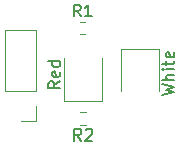
<source format=gbr>
%TF.GenerationSoftware,KiCad,Pcbnew,(6.0.2-0)*%
%TF.CreationDate,2022-08-03T15:23:42+02:00*%
%TF.ProjectId,Amon_led_board,416d6f6e-5f6c-4656-945f-626f6172642e,2*%
%TF.SameCoordinates,Original*%
%TF.FileFunction,Legend,Top*%
%TF.FilePolarity,Positive*%
%FSLAX46Y46*%
G04 Gerber Fmt 4.6, Leading zero omitted, Abs format (unit mm)*
G04 Created by KiCad (PCBNEW (6.0.2-0)) date 2022-08-03 15:23:42*
%MOMM*%
%LPD*%
G01*
G04 APERTURE LIST*
%ADD10C,0.150000*%
%ADD11C,0.120000*%
G04 APERTURE END LIST*
D10*
%TO.C,White*%
X151191980Y-95867533D02*
X152191980Y-95629438D01*
X151477695Y-95438961D01*
X152191980Y-95248485D01*
X151191980Y-95010390D01*
X152191980Y-94629438D02*
X151191980Y-94629438D01*
X152191980Y-94200866D02*
X151668171Y-94200866D01*
X151572933Y-94248485D01*
X151525314Y-94343723D01*
X151525314Y-94486580D01*
X151572933Y-94581819D01*
X151620552Y-94629438D01*
X152191980Y-93724676D02*
X151525314Y-93724676D01*
X151191980Y-93724676D02*
X151239600Y-93772295D01*
X151287219Y-93724676D01*
X151239600Y-93677057D01*
X151191980Y-93724676D01*
X151287219Y-93724676D01*
X151525314Y-93391342D02*
X151525314Y-93010390D01*
X151191980Y-93248485D02*
X152049123Y-93248485D01*
X152144361Y-93200866D01*
X152191980Y-93105628D01*
X152191980Y-93010390D01*
X152144361Y-92296104D02*
X152191980Y-92391342D01*
X152191980Y-92581819D01*
X152144361Y-92677057D01*
X152049123Y-92724676D01*
X151668171Y-92724676D01*
X151572933Y-92677057D01*
X151525314Y-92581819D01*
X151525314Y-92391342D01*
X151572933Y-92296104D01*
X151668171Y-92248485D01*
X151763409Y-92248485D01*
X151858647Y-92724676D01*
%TO.C,Red*%
X142527580Y-94754628D02*
X142051390Y-95087961D01*
X142527580Y-95326057D02*
X141527580Y-95326057D01*
X141527580Y-94945104D01*
X141575200Y-94849866D01*
X141622819Y-94802247D01*
X141718057Y-94754628D01*
X141860914Y-94754628D01*
X141956152Y-94802247D01*
X142003771Y-94849866D01*
X142051390Y-94945104D01*
X142051390Y-95326057D01*
X142479961Y-93945104D02*
X142527580Y-94040342D01*
X142527580Y-94230819D01*
X142479961Y-94326057D01*
X142384723Y-94373676D01*
X142003771Y-94373676D01*
X141908533Y-94326057D01*
X141860914Y-94230819D01*
X141860914Y-94040342D01*
X141908533Y-93945104D01*
X142003771Y-93897485D01*
X142099009Y-93897485D01*
X142194247Y-94373676D01*
X142527580Y-93040342D02*
X141527580Y-93040342D01*
X142479961Y-93040342D02*
X142527580Y-93135580D01*
X142527580Y-93326057D01*
X142479961Y-93421295D01*
X142432342Y-93468914D01*
X142337104Y-93516533D01*
X142051390Y-93516533D01*
X141956152Y-93468914D01*
X141908533Y-93421295D01*
X141860914Y-93326057D01*
X141860914Y-93135580D01*
X141908533Y-93040342D01*
%TO.C,R2*%
X144308533Y-99766380D02*
X143975200Y-99290190D01*
X143737104Y-99766380D02*
X143737104Y-98766380D01*
X144118057Y-98766380D01*
X144213295Y-98814000D01*
X144260914Y-98861619D01*
X144308533Y-98956857D01*
X144308533Y-99099714D01*
X144260914Y-99194952D01*
X144213295Y-99242571D01*
X144118057Y-99290190D01*
X143737104Y-99290190D01*
X144689485Y-98861619D02*
X144737104Y-98814000D01*
X144832342Y-98766380D01*
X145070438Y-98766380D01*
X145165676Y-98814000D01*
X145213295Y-98861619D01*
X145260914Y-98956857D01*
X145260914Y-99052095D01*
X145213295Y-99194952D01*
X144641866Y-99766380D01*
X145260914Y-99766380D01*
%TO.C,R1*%
X144257733Y-89243180D02*
X143924400Y-88766990D01*
X143686304Y-89243180D02*
X143686304Y-88243180D01*
X144067257Y-88243180D01*
X144162495Y-88290800D01*
X144210114Y-88338419D01*
X144257733Y-88433657D01*
X144257733Y-88576514D01*
X144210114Y-88671752D01*
X144162495Y-88719371D01*
X144067257Y-88766990D01*
X143686304Y-88766990D01*
X145210114Y-89243180D02*
X144638685Y-89243180D01*
X144924400Y-89243180D02*
X144924400Y-88243180D01*
X144829161Y-88386038D01*
X144733923Y-88481276D01*
X144638685Y-88528895D01*
D11*
%TO.C,White*%
X147701200Y-95583200D02*
X147701200Y-91983200D01*
X150901200Y-91983200D02*
X147701200Y-91983200D01*
X150901200Y-95583200D02*
X150901200Y-91983200D01*
%TO.C,Red*%
X142875200Y-92783200D02*
X142875200Y-96383200D01*
X146075200Y-92783200D02*
X146075200Y-96383200D01*
X142875200Y-96383200D02*
X146075200Y-96383200D01*
%TO.C,R2*%
X144237942Y-97369100D02*
X144712458Y-97369100D01*
X144237942Y-98414100D02*
X144712458Y-98414100D01*
%TO.C,J1*%
X140522000Y-95539800D02*
X137862000Y-95539800D01*
X140522000Y-98139800D02*
X139192000Y-98139800D01*
X140522000Y-90399800D02*
X137862000Y-90399800D01*
X140522000Y-96809800D02*
X140522000Y-98139800D01*
X140522000Y-95539800D02*
X140522000Y-90399800D01*
X137862000Y-95539800D02*
X137862000Y-90399800D01*
%TO.C,R1*%
X144187142Y-90743300D02*
X144661658Y-90743300D01*
X144187142Y-89698300D02*
X144661658Y-89698300D01*
%TD*%
M02*

</source>
